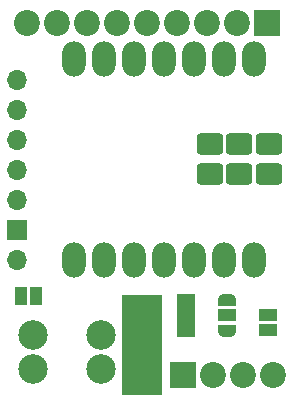
<source format=gbr>
%TF.GenerationSoftware,KiCad,Pcbnew,9.0.2*%
%TF.CreationDate,2025-11-22T23:52:39+01:00*%
%TF.ProjectId,KNeoPiX_v1.3,4b4e656f-5069-4585-9f76-312e332e6b69,1.3*%
%TF.SameCoordinates,Original*%
%TF.FileFunction,Soldermask,Bot*%
%TF.FilePolarity,Negative*%
%FSLAX46Y46*%
G04 Gerber Fmt 4.6, Leading zero omitted, Abs format (unit mm)*
G04 Created by KiCad (PCBNEW 9.0.2) date 2025-11-22 23:52:39*
%MOMM*%
%LPD*%
G01*
G04 APERTURE LIST*
G04 Aperture macros list*
%AMRoundRect*
0 Rectangle with rounded corners*
0 $1 Rounding radius*
0 $2 $3 $4 $5 $6 $7 $8 $9 X,Y pos of 4 corners*
0 Add a 4 corners polygon primitive as box body*
4,1,4,$2,$3,$4,$5,$6,$7,$8,$9,$2,$3,0*
0 Add four circle primitives for the rounded corners*
1,1,$1+$1,$2,$3*
1,1,$1+$1,$4,$5*
1,1,$1+$1,$6,$7*
1,1,$1+$1,$8,$9*
0 Add four rect primitives between the rounded corners*
20,1,$1+$1,$2,$3,$4,$5,0*
20,1,$1+$1,$4,$5,$6,$7,0*
20,1,$1+$1,$6,$7,$8,$9,0*
20,1,$1+$1,$8,$9,$2,$3,0*%
%AMFreePoly0*
4,1,23,0.550000,-0.750000,0.000000,-0.750000,0.000000,-0.745722,-0.065263,-0.745722,-0.191342,-0.711940,-0.304381,-0.646677,-0.396677,-0.554381,-0.461940,-0.441342,-0.495722,-0.315263,-0.495722,-0.250000,-0.500000,-0.250000,-0.500000,0.250000,-0.495722,0.250000,-0.495722,0.315263,-0.461940,0.441342,-0.396677,0.554381,-0.304381,0.646677,-0.191342,0.711940,-0.065263,0.745722,0.000000,0.745722,
0.000000,0.750000,0.550000,0.750000,0.550000,-0.750000,0.550000,-0.750000,$1*%
%AMFreePoly1*
4,1,23,0.000000,0.745722,0.065263,0.745722,0.191342,0.711940,0.304381,0.646677,0.396677,0.554381,0.461940,0.441342,0.495722,0.315263,0.495722,0.250000,0.500000,0.250000,0.500000,-0.250000,0.495722,-0.250000,0.495722,-0.315263,0.461940,-0.441342,0.396677,-0.554381,0.304381,-0.646677,0.191342,-0.711940,0.065263,-0.745722,0.000000,-0.745722,0.000000,-0.750000,-0.550000,-0.750000,
-0.550000,0.750000,0.000000,0.750000,0.000000,0.745722,0.000000,0.745722,$1*%
G04 Aperture macros list end*
%ADD10C,1.875000*%
%ADD11R,2.200000X2.200000*%
%ADD12C,2.200000*%
%ADD13O,1.700000X1.700000*%
%ADD14R,1.700000X1.700000*%
%ADD15C,2.500000*%
%ADD16R,3.500000X8.500000*%
%ADD17R,1.000000X1.500000*%
%ADD18O,2.000000X3.000000*%
%ADD19RoundRect,0.270000X-0.830000X0.630000X-0.830000X-0.630000X0.830000X-0.630000X0.830000X0.630000X0*%
%ADD20R,1.500000X1.000000*%
%ADD21FreePoly0,270.000000*%
%ADD22FreePoly1,270.000000*%
G04 APERTURE END LIST*
%TO.C,JP5*%
G36*
X64712500Y-67310000D02*
G01*
X63212500Y-67310000D01*
X63212500Y-65710000D01*
X64712500Y-65710000D01*
X64712500Y-67310000D01*
G37*
%TD*%
D10*
%TO.C,H2*%
X56766400Y-68163400D03*
%TD*%
D11*
%TO.C,J4*%
X63681400Y-71593400D03*
D12*
X66221400Y-71593400D03*
X68761400Y-71593400D03*
X71301400Y-71593400D03*
%TD*%
D11*
%TO.C,J3*%
X70786400Y-41753400D03*
D12*
X68246400Y-41753400D03*
X65706400Y-41753400D03*
X63166400Y-41753400D03*
X60626400Y-41753400D03*
X58086400Y-41753400D03*
X55546400Y-41753400D03*
X53006400Y-41753400D03*
X50466400Y-41753400D03*
%TD*%
D13*
%TO.C,GN1*%
X49656400Y-61793400D03*
D14*
X49656400Y-59253400D03*
D13*
X49656400Y-56713400D03*
X49656400Y-54173400D03*
X49656400Y-51633400D03*
X49656400Y-49093400D03*
X49656400Y-46553400D03*
%TD*%
D15*
%TO.C,J2*%
X56766400Y-71063400D03*
X51016400Y-71063400D03*
%TD*%
D10*
%TO.C,H1*%
X51016400Y-68163400D03*
%TD*%
D15*
%TO.C,J1*%
X56746400Y-68143400D03*
X50996400Y-68143400D03*
%TD*%
D16*
%TO.C,REF42*%
X60235250Y-69043400D03*
X60235250Y-69043400D03*
X60236400Y-69043400D03*
X60236400Y-69043400D03*
%TD*%
D17*
%TO.C,JP4*%
X49980000Y-64840000D03*
X51280000Y-64840000D03*
%TD*%
D18*
%TO.C,U1*%
X69740014Y-61800014D03*
X67200014Y-61800014D03*
X64660014Y-61800014D03*
X62120014Y-61800014D03*
X59580014Y-61800014D03*
X57040014Y-61800014D03*
X54500014Y-61800014D03*
X54500014Y-44800014D03*
X57040014Y-44800014D03*
X59580014Y-44800014D03*
X62120014Y-44800014D03*
X64660014Y-44800014D03*
X67200014Y-44800014D03*
X69740014Y-44800014D03*
D19*
X70985800Y-54570014D03*
X70985800Y-52030014D03*
X68445800Y-54570014D03*
X68470846Y-52030014D03*
X65955800Y-54585800D03*
X65980846Y-52045800D03*
%TD*%
D20*
%TO.C,JP1*%
X70920000Y-66500000D03*
X70920000Y-67800000D03*
%TD*%
%TO.C,JP5*%
X63962500Y-67810000D03*
X63962500Y-66510000D03*
X63962500Y-65210000D03*
%TD*%
D21*
%TO.C,JP2*%
X67440000Y-65210000D03*
D20*
X67440000Y-66510000D03*
D22*
X67440000Y-67810000D03*
%TD*%
M02*

</source>
